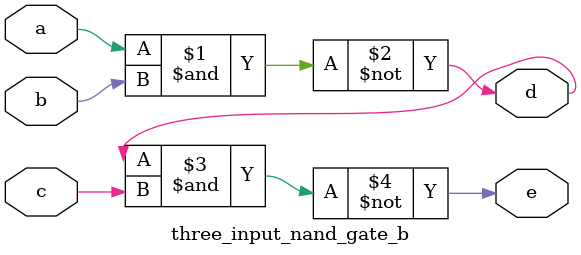
<source format=v>
`timescale 1ns / 1ps


module three_input_nand_gate_b(
    input a,
    input b,
    input c,
    output d,
    output e
    );
    assign d=~(a&b);
    assign e=~(d&c);
    
endmodule

</source>
